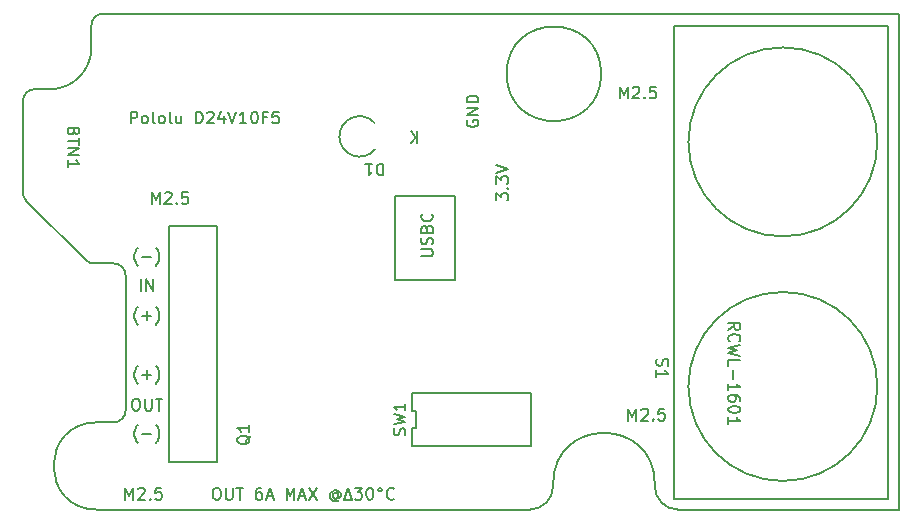
<source format=gto>
%TF.GenerationSoftware,KiCad,Pcbnew,9.0.1*%
%TF.CreationDate,2025-09-30T23:18:24-04:00*%
%TF.ProjectId,cablight-project,6361626c-6967-4687-942d-70726f6a6563,rev?*%
%TF.SameCoordinates,Original*%
%TF.FileFunction,Legend,Top*%
%TF.FilePolarity,Positive*%
%FSLAX46Y46*%
G04 Gerber Fmt 4.6, Leading zero omitted, Abs format (unit mm)*
G04 Created by KiCad (PCBNEW 9.0.1) date 2025-09-30 23:18:24*
%MOMM*%
%LPD*%
G01*
G04 APERTURE LIST*
%ADD10C,0.150000*%
%ADD11O,1.900000X2.500000*%
%ADD12R,1.900000X2.000000*%
%ADD13C,1.600000*%
%ADD14C,4.500000*%
%ADD15C,3.100000*%
%ADD16C,1.901600*%
%ADD17O,2.000000X1.500000*%
%ADD18O,1.500000X2.000000*%
%ADD19R,1.600000X1.600000*%
%ADD20R,2.200000X2.200000*%
%ADD21O,2.200000X2.200000*%
%ADD22O,1.500000X3.000000*%
%ADD23C,2.000000*%
%ADD24R,3.000000X3.000000*%
%ADD25C,3.000000*%
%TA.AperFunction,Profile*%
%ADD26C,0.150000*%
%TD*%
G04 APERTURE END LIST*
D10*
X-64711999Y-32604819D02*
X-64521523Y-32604819D01*
X-64521523Y-32604819D02*
X-64426285Y-32652438D01*
X-64426285Y-32652438D02*
X-64331047Y-32747676D01*
X-64331047Y-32747676D02*
X-64283428Y-32938152D01*
X-64283428Y-32938152D02*
X-64283428Y-33271485D01*
X-64283428Y-33271485D02*
X-64331047Y-33461961D01*
X-64331047Y-33461961D02*
X-64426285Y-33557200D01*
X-64426285Y-33557200D02*
X-64521523Y-33604819D01*
X-64521523Y-33604819D02*
X-64711999Y-33604819D01*
X-64711999Y-33604819D02*
X-64807237Y-33557200D01*
X-64807237Y-33557200D02*
X-64902475Y-33461961D01*
X-64902475Y-33461961D02*
X-64950094Y-33271485D01*
X-64950094Y-33271485D02*
X-64950094Y-32938152D01*
X-64950094Y-32938152D02*
X-64902475Y-32747676D01*
X-64902475Y-32747676D02*
X-64807237Y-32652438D01*
X-64807237Y-32652438D02*
X-64711999Y-32604819D01*
X-63854856Y-32604819D02*
X-63854856Y-33414342D01*
X-63854856Y-33414342D02*
X-63807237Y-33509580D01*
X-63807237Y-33509580D02*
X-63759618Y-33557200D01*
X-63759618Y-33557200D02*
X-63664380Y-33604819D01*
X-63664380Y-33604819D02*
X-63473904Y-33604819D01*
X-63473904Y-33604819D02*
X-63378666Y-33557200D01*
X-63378666Y-33557200D02*
X-63331047Y-33509580D01*
X-63331047Y-33509580D02*
X-63283428Y-33414342D01*
X-63283428Y-33414342D02*
X-63283428Y-32604819D01*
X-62950094Y-32604819D02*
X-62378666Y-32604819D01*
X-62664380Y-33604819D02*
X-62664380Y-32604819D01*
X-64461904Y-36335771D02*
X-64509523Y-36288152D01*
X-64509523Y-36288152D02*
X-64604761Y-36145295D01*
X-64604761Y-36145295D02*
X-64652380Y-36050057D01*
X-64652380Y-36050057D02*
X-64699999Y-35907200D01*
X-64699999Y-35907200D02*
X-64747618Y-35669104D01*
X-64747618Y-35669104D02*
X-64747618Y-35478628D01*
X-64747618Y-35478628D02*
X-64699999Y-35240533D01*
X-64699999Y-35240533D02*
X-64652380Y-35097676D01*
X-64652380Y-35097676D02*
X-64604761Y-35002438D01*
X-64604761Y-35002438D02*
X-64509523Y-34859580D01*
X-64509523Y-34859580D02*
X-64461904Y-34811961D01*
X-64080951Y-35573866D02*
X-63319047Y-35573866D01*
X-62938094Y-36335771D02*
X-62890475Y-36288152D01*
X-62890475Y-36288152D02*
X-62795237Y-36145295D01*
X-62795237Y-36145295D02*
X-62747618Y-36050057D01*
X-62747618Y-36050057D02*
X-62699999Y-35907200D01*
X-62699999Y-35907200D02*
X-62652380Y-35669104D01*
X-62652380Y-35669104D02*
X-62652380Y-35478628D01*
X-62652380Y-35478628D02*
X-62699999Y-35240533D01*
X-62699999Y-35240533D02*
X-62747618Y-35097676D01*
X-62747618Y-35097676D02*
X-62795237Y-35002438D01*
X-62795237Y-35002438D02*
X-62890475Y-34859580D01*
X-62890475Y-34859580D02*
X-62938094Y-34811961D01*
X-64461904Y-31335771D02*
X-64509523Y-31288152D01*
X-64509523Y-31288152D02*
X-64604761Y-31145295D01*
X-64604761Y-31145295D02*
X-64652380Y-31050057D01*
X-64652380Y-31050057D02*
X-64699999Y-30907200D01*
X-64699999Y-30907200D02*
X-64747618Y-30669104D01*
X-64747618Y-30669104D02*
X-64747618Y-30478628D01*
X-64747618Y-30478628D02*
X-64699999Y-30240533D01*
X-64699999Y-30240533D02*
X-64652380Y-30097676D01*
X-64652380Y-30097676D02*
X-64604761Y-30002438D01*
X-64604761Y-30002438D02*
X-64509523Y-29859580D01*
X-64509523Y-29859580D02*
X-64461904Y-29811961D01*
X-64080951Y-30573866D02*
X-63319047Y-30573866D01*
X-63699999Y-30954819D02*
X-63699999Y-30192914D01*
X-62938094Y-31335771D02*
X-62890475Y-31288152D01*
X-62890475Y-31288152D02*
X-62795237Y-31145295D01*
X-62795237Y-31145295D02*
X-62747618Y-31050057D01*
X-62747618Y-31050057D02*
X-62699999Y-30907200D01*
X-62699999Y-30907200D02*
X-62652380Y-30669104D01*
X-62652380Y-30669104D02*
X-62652380Y-30478628D01*
X-62652380Y-30478628D02*
X-62699999Y-30240533D01*
X-62699999Y-30240533D02*
X-62747618Y-30097676D01*
X-62747618Y-30097676D02*
X-62795237Y-30002438D01*
X-62795237Y-30002438D02*
X-62890475Y-29859580D01*
X-62890475Y-29859580D02*
X-62938094Y-29811961D01*
X-64223808Y-23454819D02*
X-64223808Y-22454819D01*
X-63747618Y-23454819D02*
X-63747618Y-22454819D01*
X-63747618Y-22454819D02*
X-63176190Y-23454819D01*
X-63176190Y-23454819D02*
X-63176190Y-22454819D01*
X-57872744Y-40154819D02*
X-57682268Y-40154819D01*
X-57682268Y-40154819D02*
X-57587030Y-40202438D01*
X-57587030Y-40202438D02*
X-57491792Y-40297676D01*
X-57491792Y-40297676D02*
X-57444173Y-40488152D01*
X-57444173Y-40488152D02*
X-57444173Y-40821485D01*
X-57444173Y-40821485D02*
X-57491792Y-41011961D01*
X-57491792Y-41011961D02*
X-57587030Y-41107200D01*
X-57587030Y-41107200D02*
X-57682268Y-41154819D01*
X-57682268Y-41154819D02*
X-57872744Y-41154819D01*
X-57872744Y-41154819D02*
X-57967982Y-41107200D01*
X-57967982Y-41107200D02*
X-58063220Y-41011961D01*
X-58063220Y-41011961D02*
X-58110839Y-40821485D01*
X-58110839Y-40821485D02*
X-58110839Y-40488152D01*
X-58110839Y-40488152D02*
X-58063220Y-40297676D01*
X-58063220Y-40297676D02*
X-57967982Y-40202438D01*
X-57967982Y-40202438D02*
X-57872744Y-40154819D01*
X-57015601Y-40154819D02*
X-57015601Y-40964342D01*
X-57015601Y-40964342D02*
X-56967982Y-41059580D01*
X-56967982Y-41059580D02*
X-56920363Y-41107200D01*
X-56920363Y-41107200D02*
X-56825125Y-41154819D01*
X-56825125Y-41154819D02*
X-56634649Y-41154819D01*
X-56634649Y-41154819D02*
X-56539411Y-41107200D01*
X-56539411Y-41107200D02*
X-56491792Y-41059580D01*
X-56491792Y-41059580D02*
X-56444173Y-40964342D01*
X-56444173Y-40964342D02*
X-56444173Y-40154819D01*
X-56110839Y-40154819D02*
X-55539411Y-40154819D01*
X-55825125Y-41154819D02*
X-55825125Y-40154819D01*
X-54015601Y-40154819D02*
X-54206077Y-40154819D01*
X-54206077Y-40154819D02*
X-54301315Y-40202438D01*
X-54301315Y-40202438D02*
X-54348934Y-40250057D01*
X-54348934Y-40250057D02*
X-54444172Y-40392914D01*
X-54444172Y-40392914D02*
X-54491791Y-40583390D01*
X-54491791Y-40583390D02*
X-54491791Y-40964342D01*
X-54491791Y-40964342D02*
X-54444172Y-41059580D01*
X-54444172Y-41059580D02*
X-54396553Y-41107200D01*
X-54396553Y-41107200D02*
X-54301315Y-41154819D01*
X-54301315Y-41154819D02*
X-54110839Y-41154819D01*
X-54110839Y-41154819D02*
X-54015601Y-41107200D01*
X-54015601Y-41107200D02*
X-53967982Y-41059580D01*
X-53967982Y-41059580D02*
X-53920363Y-40964342D01*
X-53920363Y-40964342D02*
X-53920363Y-40726247D01*
X-53920363Y-40726247D02*
X-53967982Y-40631009D01*
X-53967982Y-40631009D02*
X-54015601Y-40583390D01*
X-54015601Y-40583390D02*
X-54110839Y-40535771D01*
X-54110839Y-40535771D02*
X-54301315Y-40535771D01*
X-54301315Y-40535771D02*
X-54396553Y-40583390D01*
X-54396553Y-40583390D02*
X-54444172Y-40631009D01*
X-54444172Y-40631009D02*
X-54491791Y-40726247D01*
X-53539410Y-40869104D02*
X-53063220Y-40869104D01*
X-53634648Y-41154819D02*
X-53301315Y-40154819D01*
X-53301315Y-40154819D02*
X-52967982Y-41154819D01*
X-51872743Y-41154819D02*
X-51872743Y-40154819D01*
X-51872743Y-40154819D02*
X-51539410Y-40869104D01*
X-51539410Y-40869104D02*
X-51206077Y-40154819D01*
X-51206077Y-40154819D02*
X-51206077Y-41154819D01*
X-50777505Y-40869104D02*
X-50301315Y-40869104D01*
X-50872743Y-41154819D02*
X-50539410Y-40154819D01*
X-50539410Y-40154819D02*
X-50206077Y-41154819D01*
X-49967981Y-40154819D02*
X-49301315Y-41154819D01*
X-49301315Y-40154819D02*
X-49967981Y-41154819D01*
X-47539410Y-40678628D02*
X-47587029Y-40631009D01*
X-47587029Y-40631009D02*
X-47682267Y-40583390D01*
X-47682267Y-40583390D02*
X-47777505Y-40583390D01*
X-47777505Y-40583390D02*
X-47872743Y-40631009D01*
X-47872743Y-40631009D02*
X-47920362Y-40678628D01*
X-47920362Y-40678628D02*
X-47967981Y-40773866D01*
X-47967981Y-40773866D02*
X-47967981Y-40869104D01*
X-47967981Y-40869104D02*
X-47920362Y-40964342D01*
X-47920362Y-40964342D02*
X-47872743Y-41011961D01*
X-47872743Y-41011961D02*
X-47777505Y-41059580D01*
X-47777505Y-41059580D02*
X-47682267Y-41059580D01*
X-47682267Y-41059580D02*
X-47587029Y-41011961D01*
X-47587029Y-41011961D02*
X-47539410Y-40964342D01*
X-47539410Y-40583390D02*
X-47539410Y-40964342D01*
X-47539410Y-40964342D02*
X-47491791Y-41011961D01*
X-47491791Y-41011961D02*
X-47444172Y-41011961D01*
X-47444172Y-41011961D02*
X-47348933Y-40964342D01*
X-47348933Y-40964342D02*
X-47301314Y-40869104D01*
X-47301314Y-40869104D02*
X-47301314Y-40631009D01*
X-47301314Y-40631009D02*
X-47396553Y-40488152D01*
X-47396553Y-40488152D02*
X-47539410Y-40392914D01*
X-47539410Y-40392914D02*
X-47729886Y-40345295D01*
X-47729886Y-40345295D02*
X-47920362Y-40392914D01*
X-47920362Y-40392914D02*
X-48063219Y-40488152D01*
X-48063219Y-40488152D02*
X-48158457Y-40631009D01*
X-48158457Y-40631009D02*
X-48206076Y-40821485D01*
X-48206076Y-40821485D02*
X-48158457Y-41011961D01*
X-48158457Y-41011961D02*
X-48063219Y-41154819D01*
X-48063219Y-41154819D02*
X-47920362Y-41250057D01*
X-47920362Y-41250057D02*
X-47729886Y-41297676D01*
X-47729886Y-41297676D02*
X-47539410Y-41250057D01*
X-47539410Y-41250057D02*
X-47396553Y-41154819D01*
X-47015600Y-41154819D02*
X-46682267Y-40154819D01*
X-46682267Y-40154819D02*
X-46348934Y-41154819D01*
X-46348934Y-41154819D02*
X-47015600Y-41154819D01*
X-46110838Y-40154819D02*
X-45491791Y-40154819D01*
X-45491791Y-40154819D02*
X-45825124Y-40535771D01*
X-45825124Y-40535771D02*
X-45682267Y-40535771D01*
X-45682267Y-40535771D02*
X-45587029Y-40583390D01*
X-45587029Y-40583390D02*
X-45539410Y-40631009D01*
X-45539410Y-40631009D02*
X-45491791Y-40726247D01*
X-45491791Y-40726247D02*
X-45491791Y-40964342D01*
X-45491791Y-40964342D02*
X-45539410Y-41059580D01*
X-45539410Y-41059580D02*
X-45587029Y-41107200D01*
X-45587029Y-41107200D02*
X-45682267Y-41154819D01*
X-45682267Y-41154819D02*
X-45967981Y-41154819D01*
X-45967981Y-41154819D02*
X-46063219Y-41107200D01*
X-46063219Y-41107200D02*
X-46110838Y-41059580D01*
X-44872743Y-40154819D02*
X-44777505Y-40154819D01*
X-44777505Y-40154819D02*
X-44682267Y-40202438D01*
X-44682267Y-40202438D02*
X-44634648Y-40250057D01*
X-44634648Y-40250057D02*
X-44587029Y-40345295D01*
X-44587029Y-40345295D02*
X-44539410Y-40535771D01*
X-44539410Y-40535771D02*
X-44539410Y-40773866D01*
X-44539410Y-40773866D02*
X-44587029Y-40964342D01*
X-44587029Y-40964342D02*
X-44634648Y-41059580D01*
X-44634648Y-41059580D02*
X-44682267Y-41107200D01*
X-44682267Y-41107200D02*
X-44777505Y-41154819D01*
X-44777505Y-41154819D02*
X-44872743Y-41154819D01*
X-44872743Y-41154819D02*
X-44967981Y-41107200D01*
X-44967981Y-41107200D02*
X-45015600Y-41059580D01*
X-45015600Y-41059580D02*
X-45063219Y-40964342D01*
X-45063219Y-40964342D02*
X-45110838Y-40773866D01*
X-45110838Y-40773866D02*
X-45110838Y-40535771D01*
X-45110838Y-40535771D02*
X-45063219Y-40345295D01*
X-45063219Y-40345295D02*
X-45015600Y-40250057D01*
X-45015600Y-40250057D02*
X-44967981Y-40202438D01*
X-44967981Y-40202438D02*
X-44872743Y-40154819D01*
X-43967981Y-40154819D02*
X-44063219Y-40202438D01*
X-44063219Y-40202438D02*
X-44110838Y-40297676D01*
X-44110838Y-40297676D02*
X-44063219Y-40392914D01*
X-44063219Y-40392914D02*
X-43967981Y-40440533D01*
X-43967981Y-40440533D02*
X-43872743Y-40392914D01*
X-43872743Y-40392914D02*
X-43825124Y-40297676D01*
X-43825124Y-40297676D02*
X-43872743Y-40202438D01*
X-43872743Y-40202438D02*
X-43967981Y-40154819D01*
X-42777505Y-41059580D02*
X-42825124Y-41107200D01*
X-42825124Y-41107200D02*
X-42967981Y-41154819D01*
X-42967981Y-41154819D02*
X-43063219Y-41154819D01*
X-43063219Y-41154819D02*
X-43206076Y-41107200D01*
X-43206076Y-41107200D02*
X-43301314Y-41011961D01*
X-43301314Y-41011961D02*
X-43348933Y-40916723D01*
X-43348933Y-40916723D02*
X-43396552Y-40726247D01*
X-43396552Y-40726247D02*
X-43396552Y-40583390D01*
X-43396552Y-40583390D02*
X-43348933Y-40392914D01*
X-43348933Y-40392914D02*
X-43301314Y-40297676D01*
X-43301314Y-40297676D02*
X-43206076Y-40202438D01*
X-43206076Y-40202438D02*
X-43063219Y-40154819D01*
X-43063219Y-40154819D02*
X-42967981Y-40154819D01*
X-42967981Y-40154819D02*
X-42825124Y-40202438D01*
X-42825124Y-40202438D02*
X-42777505Y-40250057D01*
X-64461904Y-21335771D02*
X-64509523Y-21288152D01*
X-64509523Y-21288152D02*
X-64604761Y-21145295D01*
X-64604761Y-21145295D02*
X-64652380Y-21050057D01*
X-64652380Y-21050057D02*
X-64699999Y-20907200D01*
X-64699999Y-20907200D02*
X-64747618Y-20669104D01*
X-64747618Y-20669104D02*
X-64747618Y-20478628D01*
X-64747618Y-20478628D02*
X-64699999Y-20240533D01*
X-64699999Y-20240533D02*
X-64652380Y-20097676D01*
X-64652380Y-20097676D02*
X-64604761Y-20002438D01*
X-64604761Y-20002438D02*
X-64509523Y-19859580D01*
X-64509523Y-19859580D02*
X-64461904Y-19811961D01*
X-64080951Y-20573866D02*
X-63319047Y-20573866D01*
X-62938094Y-21335771D02*
X-62890475Y-21288152D01*
X-62890475Y-21288152D02*
X-62795237Y-21145295D01*
X-62795237Y-21145295D02*
X-62747618Y-21050057D01*
X-62747618Y-21050057D02*
X-62699999Y-20907200D01*
X-62699999Y-20907200D02*
X-62652380Y-20669104D01*
X-62652380Y-20669104D02*
X-62652380Y-20478628D01*
X-62652380Y-20478628D02*
X-62699999Y-20240533D01*
X-62699999Y-20240533D02*
X-62747618Y-20097676D01*
X-62747618Y-20097676D02*
X-62795237Y-20002438D01*
X-62795237Y-20002438D02*
X-62890475Y-19859580D01*
X-62890475Y-19859580D02*
X-62938094Y-19811961D01*
X-64461904Y-26335771D02*
X-64509523Y-26288152D01*
X-64509523Y-26288152D02*
X-64604761Y-26145295D01*
X-64604761Y-26145295D02*
X-64652380Y-26050057D01*
X-64652380Y-26050057D02*
X-64699999Y-25907200D01*
X-64699999Y-25907200D02*
X-64747618Y-25669104D01*
X-64747618Y-25669104D02*
X-64747618Y-25478628D01*
X-64747618Y-25478628D02*
X-64699999Y-25240533D01*
X-64699999Y-25240533D02*
X-64652380Y-25097676D01*
X-64652380Y-25097676D02*
X-64604761Y-25002438D01*
X-64604761Y-25002438D02*
X-64509523Y-24859580D01*
X-64509523Y-24859580D02*
X-64461904Y-24811961D01*
X-64080951Y-25573866D02*
X-63319047Y-25573866D01*
X-63699999Y-25954819D02*
X-63699999Y-25192914D01*
X-62938094Y-26335771D02*
X-62890475Y-26288152D01*
X-62890475Y-26288152D02*
X-62795237Y-26145295D01*
X-62795237Y-26145295D02*
X-62747618Y-26050057D01*
X-62747618Y-26050057D02*
X-62699999Y-25907200D01*
X-62699999Y-25907200D02*
X-62652380Y-25669104D01*
X-62652380Y-25669104D02*
X-62652380Y-25478628D01*
X-62652380Y-25478628D02*
X-62699999Y-25240533D01*
X-62699999Y-25240533D02*
X-62747618Y-25097676D01*
X-62747618Y-25097676D02*
X-62795237Y-25002438D01*
X-62795237Y-25002438D02*
X-62890475Y-24859580D01*
X-62890475Y-24859580D02*
X-62938094Y-24811961D01*
X-54939942Y-35722238D02*
X-54987561Y-35817476D01*
X-54987561Y-35817476D02*
X-55082800Y-35912714D01*
X-55082800Y-35912714D02*
X-55225657Y-36055571D01*
X-55225657Y-36055571D02*
X-55273276Y-36150809D01*
X-55273276Y-36150809D02*
X-55273276Y-36246047D01*
X-55035180Y-36198428D02*
X-55082800Y-36293666D01*
X-55082800Y-36293666D02*
X-55178038Y-36388904D01*
X-55178038Y-36388904D02*
X-55368514Y-36436523D01*
X-55368514Y-36436523D02*
X-55701847Y-36436523D01*
X-55701847Y-36436523D02*
X-55892323Y-36388904D01*
X-55892323Y-36388904D02*
X-55987561Y-36293666D01*
X-55987561Y-36293666D02*
X-56035180Y-36198428D01*
X-56035180Y-36198428D02*
X-56035180Y-36007952D01*
X-56035180Y-36007952D02*
X-55987561Y-35912714D01*
X-55987561Y-35912714D02*
X-55892323Y-35817476D01*
X-55892323Y-35817476D02*
X-55701847Y-35769857D01*
X-55701847Y-35769857D02*
X-55368514Y-35769857D01*
X-55368514Y-35769857D02*
X-55178038Y-35817476D01*
X-55178038Y-35817476D02*
X-55082800Y-35912714D01*
X-55082800Y-35912714D02*
X-55035180Y-36007952D01*
X-55035180Y-36007952D02*
X-55035180Y-36198428D01*
X-55035180Y-34817476D02*
X-55035180Y-35388904D01*
X-55035180Y-35103190D02*
X-56035180Y-35103190D01*
X-56035180Y-35103190D02*
X-55892323Y-35198428D01*
X-55892323Y-35198428D02*
X-55797085Y-35293666D01*
X-55797085Y-35293666D02*
X-55749466Y-35388904D01*
X-41862800Y-35693332D02*
X-41815180Y-35550475D01*
X-41815180Y-35550475D02*
X-41815180Y-35312380D01*
X-41815180Y-35312380D02*
X-41862800Y-35217142D01*
X-41862800Y-35217142D02*
X-41910419Y-35169523D01*
X-41910419Y-35169523D02*
X-42005657Y-35121904D01*
X-42005657Y-35121904D02*
X-42100895Y-35121904D01*
X-42100895Y-35121904D02*
X-42196133Y-35169523D01*
X-42196133Y-35169523D02*
X-42243752Y-35217142D01*
X-42243752Y-35217142D02*
X-42291371Y-35312380D01*
X-42291371Y-35312380D02*
X-42338990Y-35502856D01*
X-42338990Y-35502856D02*
X-42386609Y-35598094D01*
X-42386609Y-35598094D02*
X-42434228Y-35645713D01*
X-42434228Y-35645713D02*
X-42529466Y-35693332D01*
X-42529466Y-35693332D02*
X-42624704Y-35693332D01*
X-42624704Y-35693332D02*
X-42719942Y-35645713D01*
X-42719942Y-35645713D02*
X-42767561Y-35598094D01*
X-42767561Y-35598094D02*
X-42815180Y-35502856D01*
X-42815180Y-35502856D02*
X-42815180Y-35264761D01*
X-42815180Y-35264761D02*
X-42767561Y-35121904D01*
X-42815180Y-34788570D02*
X-41815180Y-34550475D01*
X-41815180Y-34550475D02*
X-42529466Y-34359999D01*
X-42529466Y-34359999D02*
X-41815180Y-34169523D01*
X-41815180Y-34169523D02*
X-42815180Y-33931428D01*
X-41815180Y-33026666D02*
X-41815180Y-33598094D01*
X-41815180Y-33312380D02*
X-42815180Y-33312380D01*
X-42815180Y-33312380D02*
X-42672323Y-33407618D01*
X-42672323Y-33407618D02*
X-42577085Y-33502856D01*
X-42577085Y-33502856D02*
X-42529466Y-33598094D01*
X-63273808Y-16104819D02*
X-63273808Y-15104819D01*
X-63273808Y-15104819D02*
X-62940475Y-15819104D01*
X-62940475Y-15819104D02*
X-62607142Y-15104819D01*
X-62607142Y-15104819D02*
X-62607142Y-16104819D01*
X-62178570Y-15200057D02*
X-62130951Y-15152438D01*
X-62130951Y-15152438D02*
X-62035713Y-15104819D01*
X-62035713Y-15104819D02*
X-61797618Y-15104819D01*
X-61797618Y-15104819D02*
X-61702380Y-15152438D01*
X-61702380Y-15152438D02*
X-61654761Y-15200057D01*
X-61654761Y-15200057D02*
X-61607142Y-15295295D01*
X-61607142Y-15295295D02*
X-61607142Y-15390533D01*
X-61607142Y-15390533D02*
X-61654761Y-15533390D01*
X-61654761Y-15533390D02*
X-62226189Y-16104819D01*
X-62226189Y-16104819D02*
X-61607142Y-16104819D01*
X-61178570Y-16009580D02*
X-61130951Y-16057200D01*
X-61130951Y-16057200D02*
X-61178570Y-16104819D01*
X-61178570Y-16104819D02*
X-61226189Y-16057200D01*
X-61226189Y-16057200D02*
X-61178570Y-16009580D01*
X-61178570Y-16009580D02*
X-61178570Y-16104819D01*
X-60226190Y-15104819D02*
X-60702380Y-15104819D01*
X-60702380Y-15104819D02*
X-60749999Y-15581009D01*
X-60749999Y-15581009D02*
X-60702380Y-15533390D01*
X-60702380Y-15533390D02*
X-60607142Y-15485771D01*
X-60607142Y-15485771D02*
X-60369047Y-15485771D01*
X-60369047Y-15485771D02*
X-60273809Y-15533390D01*
X-60273809Y-15533390D02*
X-60226190Y-15581009D01*
X-60226190Y-15581009D02*
X-60178571Y-15676247D01*
X-60178571Y-15676247D02*
X-60178571Y-15914342D01*
X-60178571Y-15914342D02*
X-60226190Y-16009580D01*
X-60226190Y-16009580D02*
X-60273809Y-16057200D01*
X-60273809Y-16057200D02*
X-60369047Y-16104819D01*
X-60369047Y-16104819D02*
X-60607142Y-16104819D01*
X-60607142Y-16104819D02*
X-60702380Y-16057200D01*
X-60702380Y-16057200D02*
X-60749999Y-16009580D01*
X-36577561Y-9034398D02*
X-36625180Y-9129636D01*
X-36625180Y-9129636D02*
X-36625180Y-9272493D01*
X-36625180Y-9272493D02*
X-36577561Y-9415350D01*
X-36577561Y-9415350D02*
X-36482323Y-9510588D01*
X-36482323Y-9510588D02*
X-36387085Y-9558207D01*
X-36387085Y-9558207D02*
X-36196609Y-9605826D01*
X-36196609Y-9605826D02*
X-36053752Y-9605826D01*
X-36053752Y-9605826D02*
X-35863276Y-9558207D01*
X-35863276Y-9558207D02*
X-35768038Y-9510588D01*
X-35768038Y-9510588D02*
X-35672800Y-9415350D01*
X-35672800Y-9415350D02*
X-35625180Y-9272493D01*
X-35625180Y-9272493D02*
X-35625180Y-9177255D01*
X-35625180Y-9177255D02*
X-35672800Y-9034398D01*
X-35672800Y-9034398D02*
X-35720419Y-8986779D01*
X-35720419Y-8986779D02*
X-36053752Y-8986779D01*
X-36053752Y-8986779D02*
X-36053752Y-9177255D01*
X-35625180Y-8558207D02*
X-36625180Y-8558207D01*
X-36625180Y-8558207D02*
X-35625180Y-7986779D01*
X-35625180Y-7986779D02*
X-36625180Y-7986779D01*
X-35625180Y-7510588D02*
X-36625180Y-7510588D01*
X-36625180Y-7510588D02*
X-36625180Y-7272493D01*
X-36625180Y-7272493D02*
X-36577561Y-7129636D01*
X-36577561Y-7129636D02*
X-36482323Y-7034398D01*
X-36482323Y-7034398D02*
X-36387085Y-6986779D01*
X-36387085Y-6986779D02*
X-36196609Y-6939160D01*
X-36196609Y-6939160D02*
X-36053752Y-6939160D01*
X-36053752Y-6939160D02*
X-35863276Y-6986779D01*
X-35863276Y-6986779D02*
X-35768038Y-7034398D01*
X-35768038Y-7034398D02*
X-35672800Y-7129636D01*
X-35672800Y-7129636D02*
X-35625180Y-7272493D01*
X-35625180Y-7272493D02*
X-35625180Y-7510588D01*
X-40475180Y-20543220D02*
X-39665657Y-20543220D01*
X-39665657Y-20543220D02*
X-39570419Y-20495601D01*
X-39570419Y-20495601D02*
X-39522800Y-20447982D01*
X-39522800Y-20447982D02*
X-39475180Y-20352744D01*
X-39475180Y-20352744D02*
X-39475180Y-20162268D01*
X-39475180Y-20162268D02*
X-39522800Y-20067030D01*
X-39522800Y-20067030D02*
X-39570419Y-20019411D01*
X-39570419Y-20019411D02*
X-39665657Y-19971792D01*
X-39665657Y-19971792D02*
X-40475180Y-19971792D01*
X-39522800Y-19543220D02*
X-39475180Y-19400363D01*
X-39475180Y-19400363D02*
X-39475180Y-19162268D01*
X-39475180Y-19162268D02*
X-39522800Y-19067030D01*
X-39522800Y-19067030D02*
X-39570419Y-19019411D01*
X-39570419Y-19019411D02*
X-39665657Y-18971792D01*
X-39665657Y-18971792D02*
X-39760895Y-18971792D01*
X-39760895Y-18971792D02*
X-39856133Y-19019411D01*
X-39856133Y-19019411D02*
X-39903752Y-19067030D01*
X-39903752Y-19067030D02*
X-39951371Y-19162268D01*
X-39951371Y-19162268D02*
X-39998990Y-19352744D01*
X-39998990Y-19352744D02*
X-40046609Y-19447982D01*
X-40046609Y-19447982D02*
X-40094228Y-19495601D01*
X-40094228Y-19495601D02*
X-40189466Y-19543220D01*
X-40189466Y-19543220D02*
X-40284704Y-19543220D01*
X-40284704Y-19543220D02*
X-40379942Y-19495601D01*
X-40379942Y-19495601D02*
X-40427561Y-19447982D01*
X-40427561Y-19447982D02*
X-40475180Y-19352744D01*
X-40475180Y-19352744D02*
X-40475180Y-19114649D01*
X-40475180Y-19114649D02*
X-40427561Y-18971792D01*
X-39998990Y-18209887D02*
X-39951371Y-18067030D01*
X-39951371Y-18067030D02*
X-39903752Y-18019411D01*
X-39903752Y-18019411D02*
X-39808514Y-17971792D01*
X-39808514Y-17971792D02*
X-39665657Y-17971792D01*
X-39665657Y-17971792D02*
X-39570419Y-18019411D01*
X-39570419Y-18019411D02*
X-39522800Y-18067030D01*
X-39522800Y-18067030D02*
X-39475180Y-18162268D01*
X-39475180Y-18162268D02*
X-39475180Y-18543220D01*
X-39475180Y-18543220D02*
X-40475180Y-18543220D01*
X-40475180Y-18543220D02*
X-40475180Y-18209887D01*
X-40475180Y-18209887D02*
X-40427561Y-18114649D01*
X-40427561Y-18114649D02*
X-40379942Y-18067030D01*
X-40379942Y-18067030D02*
X-40284704Y-18019411D01*
X-40284704Y-18019411D02*
X-40189466Y-18019411D01*
X-40189466Y-18019411D02*
X-40094228Y-18067030D01*
X-40094228Y-18067030D02*
X-40046609Y-18114649D01*
X-40046609Y-18114649D02*
X-39998990Y-18209887D01*
X-39998990Y-18209887D02*
X-39998990Y-18543220D01*
X-39570419Y-16971792D02*
X-39522800Y-17019411D01*
X-39522800Y-17019411D02*
X-39475180Y-17162268D01*
X-39475180Y-17162268D02*
X-39475180Y-17257506D01*
X-39475180Y-17257506D02*
X-39522800Y-17400363D01*
X-39522800Y-17400363D02*
X-39618038Y-17495601D01*
X-39618038Y-17495601D02*
X-39713276Y-17543220D01*
X-39713276Y-17543220D02*
X-39903752Y-17590839D01*
X-39903752Y-17590839D02*
X-40046609Y-17590839D01*
X-40046609Y-17590839D02*
X-40237085Y-17543220D01*
X-40237085Y-17543220D02*
X-40332323Y-17495601D01*
X-40332323Y-17495601D02*
X-40427561Y-17400363D01*
X-40427561Y-17400363D02*
X-40475180Y-17257506D01*
X-40475180Y-17257506D02*
X-40475180Y-17162268D01*
X-40475180Y-17162268D02*
X-40427561Y-17019411D01*
X-40427561Y-17019411D02*
X-40379942Y-16971792D01*
X-34115180Y-15823921D02*
X-34115180Y-15204874D01*
X-34115180Y-15204874D02*
X-33734228Y-15538207D01*
X-33734228Y-15538207D02*
X-33734228Y-15395350D01*
X-33734228Y-15395350D02*
X-33686609Y-15300112D01*
X-33686609Y-15300112D02*
X-33638990Y-15252493D01*
X-33638990Y-15252493D02*
X-33543752Y-15204874D01*
X-33543752Y-15204874D02*
X-33305657Y-15204874D01*
X-33305657Y-15204874D02*
X-33210419Y-15252493D01*
X-33210419Y-15252493D02*
X-33162800Y-15300112D01*
X-33162800Y-15300112D02*
X-33115180Y-15395350D01*
X-33115180Y-15395350D02*
X-33115180Y-15681064D01*
X-33115180Y-15681064D02*
X-33162800Y-15776302D01*
X-33162800Y-15776302D02*
X-33210419Y-15823921D01*
X-33210419Y-14776302D02*
X-33162800Y-14728683D01*
X-33162800Y-14728683D02*
X-33115180Y-14776302D01*
X-33115180Y-14776302D02*
X-33162800Y-14823921D01*
X-33162800Y-14823921D02*
X-33210419Y-14776302D01*
X-33210419Y-14776302D02*
X-33115180Y-14776302D01*
X-34115180Y-14395350D02*
X-34115180Y-13776303D01*
X-34115180Y-13776303D02*
X-33734228Y-14109636D01*
X-33734228Y-14109636D02*
X-33734228Y-13966779D01*
X-33734228Y-13966779D02*
X-33686609Y-13871541D01*
X-33686609Y-13871541D02*
X-33638990Y-13823922D01*
X-33638990Y-13823922D02*
X-33543752Y-13776303D01*
X-33543752Y-13776303D02*
X-33305657Y-13776303D01*
X-33305657Y-13776303D02*
X-33210419Y-13823922D01*
X-33210419Y-13823922D02*
X-33162800Y-13871541D01*
X-33162800Y-13871541D02*
X-33115180Y-13966779D01*
X-33115180Y-13966779D02*
X-33115180Y-14252493D01*
X-33115180Y-14252493D02*
X-33162800Y-14347731D01*
X-33162800Y-14347731D02*
X-33210419Y-14395350D01*
X-34115180Y-13490588D02*
X-33115180Y-13157255D01*
X-33115180Y-13157255D02*
X-34115180Y-12823922D01*
X-69881009Y-9990476D02*
X-69928628Y-10133333D01*
X-69928628Y-10133333D02*
X-69976247Y-10180952D01*
X-69976247Y-10180952D02*
X-70071485Y-10228571D01*
X-70071485Y-10228571D02*
X-70214342Y-10228571D01*
X-70214342Y-10228571D02*
X-70309580Y-10180952D01*
X-70309580Y-10180952D02*
X-70357200Y-10133333D01*
X-70357200Y-10133333D02*
X-70404819Y-10038095D01*
X-70404819Y-10038095D02*
X-70404819Y-9657143D01*
X-70404819Y-9657143D02*
X-69404819Y-9657143D01*
X-69404819Y-9657143D02*
X-69404819Y-9990476D01*
X-69404819Y-9990476D02*
X-69452438Y-10085714D01*
X-69452438Y-10085714D02*
X-69500057Y-10133333D01*
X-69500057Y-10133333D02*
X-69595295Y-10180952D01*
X-69595295Y-10180952D02*
X-69690533Y-10180952D01*
X-69690533Y-10180952D02*
X-69785771Y-10133333D01*
X-69785771Y-10133333D02*
X-69833390Y-10085714D01*
X-69833390Y-10085714D02*
X-69881009Y-9990476D01*
X-69881009Y-9990476D02*
X-69881009Y-9657143D01*
X-69404819Y-10514286D02*
X-69404819Y-11085714D01*
X-70404819Y-10800000D02*
X-69404819Y-10800000D01*
X-70404819Y-11419048D02*
X-69404819Y-11419048D01*
X-69404819Y-11419048D02*
X-70404819Y-11990476D01*
X-70404819Y-11990476D02*
X-69404819Y-11990476D01*
X-70404819Y-12990476D02*
X-70404819Y-12419048D01*
X-70404819Y-12704762D02*
X-69404819Y-12704762D01*
X-69404819Y-12704762D02*
X-69547676Y-12609524D01*
X-69547676Y-12609524D02*
X-69642914Y-12514286D01*
X-69642914Y-12514286D02*
X-69690533Y-12419048D01*
X-65523808Y-41154819D02*
X-65523808Y-40154819D01*
X-65523808Y-40154819D02*
X-65190475Y-40869104D01*
X-65190475Y-40869104D02*
X-64857142Y-40154819D01*
X-64857142Y-40154819D02*
X-64857142Y-41154819D01*
X-64428570Y-40250057D02*
X-64380951Y-40202438D01*
X-64380951Y-40202438D02*
X-64285713Y-40154819D01*
X-64285713Y-40154819D02*
X-64047618Y-40154819D01*
X-64047618Y-40154819D02*
X-63952380Y-40202438D01*
X-63952380Y-40202438D02*
X-63904761Y-40250057D01*
X-63904761Y-40250057D02*
X-63857142Y-40345295D01*
X-63857142Y-40345295D02*
X-63857142Y-40440533D01*
X-63857142Y-40440533D02*
X-63904761Y-40583390D01*
X-63904761Y-40583390D02*
X-64476189Y-41154819D01*
X-64476189Y-41154819D02*
X-63857142Y-41154819D01*
X-63428570Y-41059580D02*
X-63380951Y-41107200D01*
X-63380951Y-41107200D02*
X-63428570Y-41154819D01*
X-63428570Y-41154819D02*
X-63476189Y-41107200D01*
X-63476189Y-41107200D02*
X-63428570Y-41059580D01*
X-63428570Y-41059580D02*
X-63428570Y-41154819D01*
X-62476190Y-40154819D02*
X-62952380Y-40154819D01*
X-62952380Y-40154819D02*
X-62999999Y-40631009D01*
X-62999999Y-40631009D02*
X-62952380Y-40583390D01*
X-62952380Y-40583390D02*
X-62857142Y-40535771D01*
X-62857142Y-40535771D02*
X-62619047Y-40535771D01*
X-62619047Y-40535771D02*
X-62523809Y-40583390D01*
X-62523809Y-40583390D02*
X-62476190Y-40631009D01*
X-62476190Y-40631009D02*
X-62428571Y-40726247D01*
X-62428571Y-40726247D02*
X-62428571Y-40964342D01*
X-62428571Y-40964342D02*
X-62476190Y-41059580D01*
X-62476190Y-41059580D02*
X-62523809Y-41107200D01*
X-62523809Y-41107200D02*
X-62619047Y-41154819D01*
X-62619047Y-41154819D02*
X-62857142Y-41154819D01*
X-62857142Y-41154819D02*
X-62952380Y-41107200D01*
X-62952380Y-41107200D02*
X-62999999Y-41059580D01*
X-22923808Y-34454819D02*
X-22923808Y-33454819D01*
X-22923808Y-33454819D02*
X-22590475Y-34169104D01*
X-22590475Y-34169104D02*
X-22257142Y-33454819D01*
X-22257142Y-33454819D02*
X-22257142Y-34454819D01*
X-21828570Y-33550057D02*
X-21780951Y-33502438D01*
X-21780951Y-33502438D02*
X-21685713Y-33454819D01*
X-21685713Y-33454819D02*
X-21447618Y-33454819D01*
X-21447618Y-33454819D02*
X-21352380Y-33502438D01*
X-21352380Y-33502438D02*
X-21304761Y-33550057D01*
X-21304761Y-33550057D02*
X-21257142Y-33645295D01*
X-21257142Y-33645295D02*
X-21257142Y-33740533D01*
X-21257142Y-33740533D02*
X-21304761Y-33883390D01*
X-21304761Y-33883390D02*
X-21876189Y-34454819D01*
X-21876189Y-34454819D02*
X-21257142Y-34454819D01*
X-20828570Y-34359580D02*
X-20780951Y-34407200D01*
X-20780951Y-34407200D02*
X-20828570Y-34454819D01*
X-20828570Y-34454819D02*
X-20876189Y-34407200D01*
X-20876189Y-34407200D02*
X-20828570Y-34359580D01*
X-20828570Y-34359580D02*
X-20828570Y-34454819D01*
X-19876190Y-33454819D02*
X-20352380Y-33454819D01*
X-20352380Y-33454819D02*
X-20399999Y-33931009D01*
X-20399999Y-33931009D02*
X-20352380Y-33883390D01*
X-20352380Y-33883390D02*
X-20257142Y-33835771D01*
X-20257142Y-33835771D02*
X-20019047Y-33835771D01*
X-20019047Y-33835771D02*
X-19923809Y-33883390D01*
X-19923809Y-33883390D02*
X-19876190Y-33931009D01*
X-19876190Y-33931009D02*
X-19828571Y-34026247D01*
X-19828571Y-34026247D02*
X-19828571Y-34264342D01*
X-19828571Y-34264342D02*
X-19876190Y-34359580D01*
X-19876190Y-34359580D02*
X-19923809Y-34407200D01*
X-19923809Y-34407200D02*
X-20019047Y-34454819D01*
X-20019047Y-34454819D02*
X-20257142Y-34454819D01*
X-20257142Y-34454819D02*
X-20352380Y-34407200D01*
X-20352380Y-34407200D02*
X-20399999Y-34359580D01*
X-20507200Y-29238095D02*
X-20554819Y-29380952D01*
X-20554819Y-29380952D02*
X-20554819Y-29619047D01*
X-20554819Y-29619047D02*
X-20507200Y-29714285D01*
X-20507200Y-29714285D02*
X-20459580Y-29761904D01*
X-20459580Y-29761904D02*
X-20364342Y-29809523D01*
X-20364342Y-29809523D02*
X-20269104Y-29809523D01*
X-20269104Y-29809523D02*
X-20173866Y-29761904D01*
X-20173866Y-29761904D02*
X-20126247Y-29714285D01*
X-20126247Y-29714285D02*
X-20078628Y-29619047D01*
X-20078628Y-29619047D02*
X-20031009Y-29428571D01*
X-20031009Y-29428571D02*
X-19983390Y-29333333D01*
X-19983390Y-29333333D02*
X-19935771Y-29285714D01*
X-19935771Y-29285714D02*
X-19840533Y-29238095D01*
X-19840533Y-29238095D02*
X-19745295Y-29238095D01*
X-19745295Y-29238095D02*
X-19650057Y-29285714D01*
X-19650057Y-29285714D02*
X-19602438Y-29333333D01*
X-19602438Y-29333333D02*
X-19554819Y-29428571D01*
X-19554819Y-29428571D02*
X-19554819Y-29666666D01*
X-19554819Y-29666666D02*
X-19602438Y-29809523D01*
X-20554819Y-30761904D02*
X-20554819Y-30190476D01*
X-20554819Y-30476190D02*
X-19554819Y-30476190D01*
X-19554819Y-30476190D02*
X-19697676Y-30380952D01*
X-19697676Y-30380952D02*
X-19792914Y-30285714D01*
X-19792914Y-30285714D02*
X-19840533Y-30190476D01*
X-14454819Y-26759523D02*
X-13978628Y-26426190D01*
X-14454819Y-26188095D02*
X-13454819Y-26188095D01*
X-13454819Y-26188095D02*
X-13454819Y-26569047D01*
X-13454819Y-26569047D02*
X-13502438Y-26664285D01*
X-13502438Y-26664285D02*
X-13550057Y-26711904D01*
X-13550057Y-26711904D02*
X-13645295Y-26759523D01*
X-13645295Y-26759523D02*
X-13788152Y-26759523D01*
X-13788152Y-26759523D02*
X-13883390Y-26711904D01*
X-13883390Y-26711904D02*
X-13931009Y-26664285D01*
X-13931009Y-26664285D02*
X-13978628Y-26569047D01*
X-13978628Y-26569047D02*
X-13978628Y-26188095D01*
X-14359580Y-27759523D02*
X-14407200Y-27711904D01*
X-14407200Y-27711904D02*
X-14454819Y-27569047D01*
X-14454819Y-27569047D02*
X-14454819Y-27473809D01*
X-14454819Y-27473809D02*
X-14407200Y-27330952D01*
X-14407200Y-27330952D02*
X-14311961Y-27235714D01*
X-14311961Y-27235714D02*
X-14216723Y-27188095D01*
X-14216723Y-27188095D02*
X-14026247Y-27140476D01*
X-14026247Y-27140476D02*
X-13883390Y-27140476D01*
X-13883390Y-27140476D02*
X-13692914Y-27188095D01*
X-13692914Y-27188095D02*
X-13597676Y-27235714D01*
X-13597676Y-27235714D02*
X-13502438Y-27330952D01*
X-13502438Y-27330952D02*
X-13454819Y-27473809D01*
X-13454819Y-27473809D02*
X-13454819Y-27569047D01*
X-13454819Y-27569047D02*
X-13502438Y-27711904D01*
X-13502438Y-27711904D02*
X-13550057Y-27759523D01*
X-13454819Y-28092857D02*
X-14454819Y-28330952D01*
X-14454819Y-28330952D02*
X-13740533Y-28521428D01*
X-13740533Y-28521428D02*
X-14454819Y-28711904D01*
X-14454819Y-28711904D02*
X-13454819Y-28950000D01*
X-14454819Y-29807142D02*
X-14454819Y-29330952D01*
X-14454819Y-29330952D02*
X-13454819Y-29330952D01*
X-14073866Y-30140476D02*
X-14073866Y-30902381D01*
X-14454819Y-31902380D02*
X-14454819Y-31330952D01*
X-14454819Y-31616666D02*
X-13454819Y-31616666D01*
X-13454819Y-31616666D02*
X-13597676Y-31521428D01*
X-13597676Y-31521428D02*
X-13692914Y-31426190D01*
X-13692914Y-31426190D02*
X-13740533Y-31330952D01*
X-13454819Y-32759523D02*
X-13454819Y-32569047D01*
X-13454819Y-32569047D02*
X-13502438Y-32473809D01*
X-13502438Y-32473809D02*
X-13550057Y-32426190D01*
X-13550057Y-32426190D02*
X-13692914Y-32330952D01*
X-13692914Y-32330952D02*
X-13883390Y-32283333D01*
X-13883390Y-32283333D02*
X-14264342Y-32283333D01*
X-14264342Y-32283333D02*
X-14359580Y-32330952D01*
X-14359580Y-32330952D02*
X-14407200Y-32378571D01*
X-14407200Y-32378571D02*
X-14454819Y-32473809D01*
X-14454819Y-32473809D02*
X-14454819Y-32664285D01*
X-14454819Y-32664285D02*
X-14407200Y-32759523D01*
X-14407200Y-32759523D02*
X-14359580Y-32807142D01*
X-14359580Y-32807142D02*
X-14264342Y-32854761D01*
X-14264342Y-32854761D02*
X-14026247Y-32854761D01*
X-14026247Y-32854761D02*
X-13931009Y-32807142D01*
X-13931009Y-32807142D02*
X-13883390Y-32759523D01*
X-13883390Y-32759523D02*
X-13835771Y-32664285D01*
X-13835771Y-32664285D02*
X-13835771Y-32473809D01*
X-13835771Y-32473809D02*
X-13883390Y-32378571D01*
X-13883390Y-32378571D02*
X-13931009Y-32330952D01*
X-13931009Y-32330952D02*
X-14026247Y-32283333D01*
X-13454819Y-33473809D02*
X-13454819Y-33569047D01*
X-13454819Y-33569047D02*
X-13502438Y-33664285D01*
X-13502438Y-33664285D02*
X-13550057Y-33711904D01*
X-13550057Y-33711904D02*
X-13645295Y-33759523D01*
X-13645295Y-33759523D02*
X-13835771Y-33807142D01*
X-13835771Y-33807142D02*
X-14073866Y-33807142D01*
X-14073866Y-33807142D02*
X-14264342Y-33759523D01*
X-14264342Y-33759523D02*
X-14359580Y-33711904D01*
X-14359580Y-33711904D02*
X-14407200Y-33664285D01*
X-14407200Y-33664285D02*
X-14454819Y-33569047D01*
X-14454819Y-33569047D02*
X-14454819Y-33473809D01*
X-14454819Y-33473809D02*
X-14407200Y-33378571D01*
X-14407200Y-33378571D02*
X-14359580Y-33330952D01*
X-14359580Y-33330952D02*
X-14264342Y-33283333D01*
X-14264342Y-33283333D02*
X-14073866Y-33235714D01*
X-14073866Y-33235714D02*
X-13835771Y-33235714D01*
X-13835771Y-33235714D02*
X-13645295Y-33283333D01*
X-13645295Y-33283333D02*
X-13550057Y-33330952D01*
X-13550057Y-33330952D02*
X-13502438Y-33378571D01*
X-13502438Y-33378571D02*
X-13454819Y-33473809D01*
X-14454819Y-34759523D02*
X-14454819Y-34188095D01*
X-14454819Y-34473809D02*
X-13454819Y-34473809D01*
X-13454819Y-34473809D02*
X-13597676Y-34378571D01*
X-13597676Y-34378571D02*
X-13692914Y-34283333D01*
X-13692914Y-34283333D02*
X-13740533Y-34188095D01*
X-23661808Y-7184819D02*
X-23661808Y-6184819D01*
X-23661808Y-6184819D02*
X-23328475Y-6899104D01*
X-23328475Y-6899104D02*
X-22995142Y-6184819D01*
X-22995142Y-6184819D02*
X-22995142Y-7184819D01*
X-22566570Y-6280057D02*
X-22518951Y-6232438D01*
X-22518951Y-6232438D02*
X-22423713Y-6184819D01*
X-22423713Y-6184819D02*
X-22185618Y-6184819D01*
X-22185618Y-6184819D02*
X-22090380Y-6232438D01*
X-22090380Y-6232438D02*
X-22042761Y-6280057D01*
X-22042761Y-6280057D02*
X-21995142Y-6375295D01*
X-21995142Y-6375295D02*
X-21995142Y-6470533D01*
X-21995142Y-6470533D02*
X-22042761Y-6613390D01*
X-22042761Y-6613390D02*
X-22614189Y-7184819D01*
X-22614189Y-7184819D02*
X-21995142Y-7184819D01*
X-21566570Y-7089580D02*
X-21518951Y-7137200D01*
X-21518951Y-7137200D02*
X-21566570Y-7184819D01*
X-21566570Y-7184819D02*
X-21614189Y-7137200D01*
X-21614189Y-7137200D02*
X-21566570Y-7089580D01*
X-21566570Y-7089580D02*
X-21566570Y-7184819D01*
X-20614190Y-6184819D02*
X-21090380Y-6184819D01*
X-21090380Y-6184819D02*
X-21137999Y-6661009D01*
X-21137999Y-6661009D02*
X-21090380Y-6613390D01*
X-21090380Y-6613390D02*
X-20995142Y-6565771D01*
X-20995142Y-6565771D02*
X-20757047Y-6565771D01*
X-20757047Y-6565771D02*
X-20661809Y-6613390D01*
X-20661809Y-6613390D02*
X-20614190Y-6661009D01*
X-20614190Y-6661009D02*
X-20566571Y-6756247D01*
X-20566571Y-6756247D02*
X-20566571Y-6994342D01*
X-20566571Y-6994342D02*
X-20614190Y-7089580D01*
X-20614190Y-7089580D02*
X-20661809Y-7137200D01*
X-20661809Y-7137200D02*
X-20757047Y-7184819D01*
X-20757047Y-7184819D02*
X-20995142Y-7184819D01*
X-20995142Y-7184819D02*
X-21090380Y-7137200D01*
X-21090380Y-7137200D02*
X-21137999Y-7089580D01*
X-65077905Y-9296819D02*
X-65077905Y-8296819D01*
X-65077905Y-8296819D02*
X-64696953Y-8296819D01*
X-64696953Y-8296819D02*
X-64601715Y-8344438D01*
X-64601715Y-8344438D02*
X-64554096Y-8392057D01*
X-64554096Y-8392057D02*
X-64506477Y-8487295D01*
X-64506477Y-8487295D02*
X-64506477Y-8630152D01*
X-64506477Y-8630152D02*
X-64554096Y-8725390D01*
X-64554096Y-8725390D02*
X-64601715Y-8773009D01*
X-64601715Y-8773009D02*
X-64696953Y-8820628D01*
X-64696953Y-8820628D02*
X-65077905Y-8820628D01*
X-63935048Y-9296819D02*
X-64030286Y-9249200D01*
X-64030286Y-9249200D02*
X-64077905Y-9201580D01*
X-64077905Y-9201580D02*
X-64125524Y-9106342D01*
X-64125524Y-9106342D02*
X-64125524Y-8820628D01*
X-64125524Y-8820628D02*
X-64077905Y-8725390D01*
X-64077905Y-8725390D02*
X-64030286Y-8677771D01*
X-64030286Y-8677771D02*
X-63935048Y-8630152D01*
X-63935048Y-8630152D02*
X-63792191Y-8630152D01*
X-63792191Y-8630152D02*
X-63696953Y-8677771D01*
X-63696953Y-8677771D02*
X-63649334Y-8725390D01*
X-63649334Y-8725390D02*
X-63601715Y-8820628D01*
X-63601715Y-8820628D02*
X-63601715Y-9106342D01*
X-63601715Y-9106342D02*
X-63649334Y-9201580D01*
X-63649334Y-9201580D02*
X-63696953Y-9249200D01*
X-63696953Y-9249200D02*
X-63792191Y-9296819D01*
X-63792191Y-9296819D02*
X-63935048Y-9296819D01*
X-63030286Y-9296819D02*
X-63125524Y-9249200D01*
X-63125524Y-9249200D02*
X-63173143Y-9153961D01*
X-63173143Y-9153961D02*
X-63173143Y-8296819D01*
X-62506476Y-9296819D02*
X-62601714Y-9249200D01*
X-62601714Y-9249200D02*
X-62649333Y-9201580D01*
X-62649333Y-9201580D02*
X-62696952Y-9106342D01*
X-62696952Y-9106342D02*
X-62696952Y-8820628D01*
X-62696952Y-8820628D02*
X-62649333Y-8725390D01*
X-62649333Y-8725390D02*
X-62601714Y-8677771D01*
X-62601714Y-8677771D02*
X-62506476Y-8630152D01*
X-62506476Y-8630152D02*
X-62363619Y-8630152D01*
X-62363619Y-8630152D02*
X-62268381Y-8677771D01*
X-62268381Y-8677771D02*
X-62220762Y-8725390D01*
X-62220762Y-8725390D02*
X-62173143Y-8820628D01*
X-62173143Y-8820628D02*
X-62173143Y-9106342D01*
X-62173143Y-9106342D02*
X-62220762Y-9201580D01*
X-62220762Y-9201580D02*
X-62268381Y-9249200D01*
X-62268381Y-9249200D02*
X-62363619Y-9296819D01*
X-62363619Y-9296819D02*
X-62506476Y-9296819D01*
X-61601714Y-9296819D02*
X-61696952Y-9249200D01*
X-61696952Y-9249200D02*
X-61744571Y-9153961D01*
X-61744571Y-9153961D02*
X-61744571Y-8296819D01*
X-60792190Y-8630152D02*
X-60792190Y-9296819D01*
X-61220761Y-8630152D02*
X-61220761Y-9153961D01*
X-61220761Y-9153961D02*
X-61173142Y-9249200D01*
X-61173142Y-9249200D02*
X-61077904Y-9296819D01*
X-61077904Y-9296819D02*
X-60935047Y-9296819D01*
X-60935047Y-9296819D02*
X-60839809Y-9249200D01*
X-60839809Y-9249200D02*
X-60792190Y-9201580D01*
X-59554094Y-9296819D02*
X-59554094Y-8296819D01*
X-59554094Y-8296819D02*
X-59315999Y-8296819D01*
X-59315999Y-8296819D02*
X-59173142Y-8344438D01*
X-59173142Y-8344438D02*
X-59077904Y-8439676D01*
X-59077904Y-8439676D02*
X-59030285Y-8534914D01*
X-59030285Y-8534914D02*
X-58982666Y-8725390D01*
X-58982666Y-8725390D02*
X-58982666Y-8868247D01*
X-58982666Y-8868247D02*
X-59030285Y-9058723D01*
X-59030285Y-9058723D02*
X-59077904Y-9153961D01*
X-59077904Y-9153961D02*
X-59173142Y-9249200D01*
X-59173142Y-9249200D02*
X-59315999Y-9296819D01*
X-59315999Y-9296819D02*
X-59554094Y-9296819D01*
X-58601713Y-8392057D02*
X-58554094Y-8344438D01*
X-58554094Y-8344438D02*
X-58458856Y-8296819D01*
X-58458856Y-8296819D02*
X-58220761Y-8296819D01*
X-58220761Y-8296819D02*
X-58125523Y-8344438D01*
X-58125523Y-8344438D02*
X-58077904Y-8392057D01*
X-58077904Y-8392057D02*
X-58030285Y-8487295D01*
X-58030285Y-8487295D02*
X-58030285Y-8582533D01*
X-58030285Y-8582533D02*
X-58077904Y-8725390D01*
X-58077904Y-8725390D02*
X-58649332Y-9296819D01*
X-58649332Y-9296819D02*
X-58030285Y-9296819D01*
X-57173142Y-8630152D02*
X-57173142Y-9296819D01*
X-57411237Y-8249200D02*
X-57649332Y-8963485D01*
X-57649332Y-8963485D02*
X-57030285Y-8963485D01*
X-56792189Y-8296819D02*
X-56458856Y-9296819D01*
X-56458856Y-9296819D02*
X-56125523Y-8296819D01*
X-55268380Y-9296819D02*
X-55839808Y-9296819D01*
X-55554094Y-9296819D02*
X-55554094Y-8296819D01*
X-55554094Y-8296819D02*
X-55649332Y-8439676D01*
X-55649332Y-8439676D02*
X-55744570Y-8534914D01*
X-55744570Y-8534914D02*
X-55839808Y-8582533D01*
X-54649332Y-8296819D02*
X-54554094Y-8296819D01*
X-54554094Y-8296819D02*
X-54458856Y-8344438D01*
X-54458856Y-8344438D02*
X-54411237Y-8392057D01*
X-54411237Y-8392057D02*
X-54363618Y-8487295D01*
X-54363618Y-8487295D02*
X-54315999Y-8677771D01*
X-54315999Y-8677771D02*
X-54315999Y-8915866D01*
X-54315999Y-8915866D02*
X-54363618Y-9106342D01*
X-54363618Y-9106342D02*
X-54411237Y-9201580D01*
X-54411237Y-9201580D02*
X-54458856Y-9249200D01*
X-54458856Y-9249200D02*
X-54554094Y-9296819D01*
X-54554094Y-9296819D02*
X-54649332Y-9296819D01*
X-54649332Y-9296819D02*
X-54744570Y-9249200D01*
X-54744570Y-9249200D02*
X-54792189Y-9201580D01*
X-54792189Y-9201580D02*
X-54839808Y-9106342D01*
X-54839808Y-9106342D02*
X-54887427Y-8915866D01*
X-54887427Y-8915866D02*
X-54887427Y-8677771D01*
X-54887427Y-8677771D02*
X-54839808Y-8487295D01*
X-54839808Y-8487295D02*
X-54792189Y-8392057D01*
X-54792189Y-8392057D02*
X-54744570Y-8344438D01*
X-54744570Y-8344438D02*
X-54649332Y-8296819D01*
X-53554094Y-8773009D02*
X-53887427Y-8773009D01*
X-53887427Y-9296819D02*
X-53887427Y-8296819D01*
X-53887427Y-8296819D02*
X-53411237Y-8296819D01*
X-52554094Y-8296819D02*
X-53030284Y-8296819D01*
X-53030284Y-8296819D02*
X-53077903Y-8773009D01*
X-53077903Y-8773009D02*
X-53030284Y-8725390D01*
X-53030284Y-8725390D02*
X-52935046Y-8677771D01*
X-52935046Y-8677771D02*
X-52696951Y-8677771D01*
X-52696951Y-8677771D02*
X-52601713Y-8725390D01*
X-52601713Y-8725390D02*
X-52554094Y-8773009D01*
X-52554094Y-8773009D02*
X-52506475Y-8868247D01*
X-52506475Y-8868247D02*
X-52506475Y-9106342D01*
X-52506475Y-9106342D02*
X-52554094Y-9201580D01*
X-52554094Y-9201580D02*
X-52601713Y-9249200D01*
X-52601713Y-9249200D02*
X-52696951Y-9296819D01*
X-52696951Y-9296819D02*
X-52935046Y-9296819D01*
X-52935046Y-9296819D02*
X-53030284Y-9249200D01*
X-53030284Y-9249200D02*
X-53077903Y-9201580D01*
X-43681905Y-12695815D02*
X-43681905Y-13695815D01*
X-43681905Y-13695815D02*
X-43920000Y-13695815D01*
X-43920000Y-13695815D02*
X-44062857Y-13648196D01*
X-44062857Y-13648196D02*
X-44158095Y-13552958D01*
X-44158095Y-13552958D02*
X-44205714Y-13457720D01*
X-44205714Y-13457720D02*
X-44253333Y-13267244D01*
X-44253333Y-13267244D02*
X-44253333Y-13124387D01*
X-44253333Y-13124387D02*
X-44205714Y-12933911D01*
X-44205714Y-12933911D02*
X-44158095Y-12838673D01*
X-44158095Y-12838673D02*
X-44062857Y-12743435D01*
X-44062857Y-12743435D02*
X-43920000Y-12695815D01*
X-43920000Y-12695815D02*
X-43681905Y-12695815D01*
X-45205714Y-12695815D02*
X-44634286Y-12695815D01*
X-44920000Y-12695815D02*
X-44920000Y-13695815D01*
X-44920000Y-13695815D02*
X-44824762Y-13552958D01*
X-44824762Y-13552958D02*
X-44729524Y-13457720D01*
X-44729524Y-13457720D02*
X-44634286Y-13410101D01*
X-40788095Y-9945180D02*
X-40788095Y-10945180D01*
X-41359523Y-9945180D02*
X-40930952Y-10516609D01*
X-41359523Y-10945180D02*
X-40788095Y-10373752D01*
%TO.C,SW1*%
X-31150000Y-36620000D02*
X-31150000Y-32100001D01*
X-31150000Y-32100001D02*
X-41270000Y-32100000D01*
X-40910000Y-35113333D02*
X-41270000Y-35113333D01*
X-40910000Y-33606667D02*
X-40910000Y-35113333D01*
X-41270000Y-36619999D02*
X-31150000Y-36620000D01*
X-41270000Y-35113333D02*
X-41270000Y-36619999D01*
X-41270000Y-33606667D02*
X-40910000Y-33606667D01*
X-41270000Y-32100000D02*
X-41270000Y-33606667D01*
%TO.C,U1*%
X-42650500Y-22536000D02*
X-37570500Y-22536000D01*
X-37570500Y-15424000D01*
X-42650500Y-15424000D01*
X-42650500Y-22536000D01*
%TO.C,S1*%
X-950000Y-1070000D02*
X-19050000Y-1070000D01*
X-19050000Y-41070000D01*
X-950000Y-41070000D01*
X-950000Y-1070000D01*
X-1850000Y-10860000D02*
G75*
G02*
X-17850000Y-10860000I-8000000J0D01*
G01*
X-17850000Y-10860000D02*
G75*
G02*
X-1850000Y-10860000I8000000J0D01*
G01*
X-1850000Y-31570000D02*
G75*
G02*
X-17850000Y-31570000I-8000000J0D01*
G01*
X-17850000Y-31570000D02*
G75*
G02*
X-1850000Y-31570000I8000000J0D01*
G01*
%TO.C,D1*%
X-44378847Y-11500000D02*
G75*
G02*
X-44438449Y-9232634I-1311153J1100000D01*
G01*
%TO.C,J3*%
X-57800000Y-18000000D02*
X-61800000Y-18000000D01*
X-61800000Y-38000000D01*
X-57800000Y-38000000D01*
X-57800000Y-18000000D01*
%TD*%
%LPC*%
D11*
%TO.C,Q1*%
X-47720000Y-38300000D03*
X-50260000Y-38300000D03*
D12*
X-52800000Y-38300000D03*
%TD*%
D13*
%TO.C,SW1*%
X-40020000Y-30600000D03*
X-37480000Y-30600000D03*
X-34940000Y-30600000D03*
X-32400000Y-30600000D03*
X-32400000Y-38120000D03*
X-34940000Y-38120000D03*
X-37480000Y-38120000D03*
X-40020000Y-38120000D03*
%TD*%
D14*
%TO.C,M2.5*%
X-66050000Y-17350000D03*
D15*
X-66050000Y-17350000D03*
%TD*%
D16*
%TO.C,U1*%
X-38650000Y-26600000D03*
X-36110000Y-26600000D03*
X-33570000Y-26600000D03*
X-31030000Y-26600000D03*
X-28490000Y-26600000D03*
X-25950000Y-26600000D03*
X-23410000Y-26600000D03*
X-23410000Y-11360000D03*
X-25950000Y-11360000D03*
X-28490000Y-11360000D03*
X-31030000Y-11360000D03*
X-33570000Y-11360000D03*
X-36110000Y-11360000D03*
X-38650000Y-11360000D03*
%TD*%
D17*
%TO.C,BTN1*%
X-69800000Y-14800000D03*
X-69800000Y-7800000D03*
D18*
X-72300000Y-13550000D03*
X-72300000Y-9050000D03*
%TD*%
D15*
%TO.C,M2.5*%
X-67900000Y-38300000D03*
D14*
X-67900000Y-38300000D03*
%TD*%
D15*
%TO.C,M2.5*%
X-25000000Y-31500000D03*
D14*
X-25000000Y-31500000D03*
%TD*%
D13*
%TO.C,S1*%
X-2300000Y-2420000D03*
X-17700000Y-2420000D03*
X-2300000Y-39695000D03*
X-17700000Y-39720000D03*
X-17588000Y-17260000D03*
X-17588000Y-19800000D03*
X-17588000Y-22340000D03*
X-17588000Y-24880000D03*
%TD*%
D15*
%TO.C,M2.5*%
X-22138000Y-3330000D03*
D14*
X-22138000Y-3330000D03*
%TD*%
D19*
%TO.C,P1*%
X-50610000Y-12730000D03*
D13*
X-50610000Y-10190000D03*
X-50610000Y-7650000D03*
X-50610000Y-5110000D03*
X-50610000Y-2570000D03*
%TD*%
D20*
%TO.C,D1*%
X-43150000Y-10400000D03*
D21*
X-45690000Y-10400000D03*
%TD*%
D22*
%TO.C,SW3*%
X-47100000Y-3958000D03*
D23*
X-38300000Y-3958000D03*
D22*
X-35500000Y-3958000D03*
D23*
X-41300000Y-3958000D03*
X-44300000Y-3958000D03*
%TD*%
D24*
%TO.C,J3*%
X-59800000Y-20500000D03*
D25*
X-59800000Y-25500000D03*
X-59800000Y-30500000D03*
X-59800000Y-35500000D03*
%TD*%
%LPD*%
D26*
X-73907107Y-15835883D02*
G75*
G02*
X-74200000Y-15128776I707101J707104D01*
G01*
X-68171669Y-21157107D02*
G75*
G02*
X-68878776Y-20864214I-3J999994D01*
G01*
X-68878776Y-20864214D02*
X-73907107Y-15835883D01*
X-73200001Y-6400000D02*
X-71899999Y-6400000D01*
X-65500000Y-22157107D02*
X-65500000Y-33600000D01*
X-67900000Y-42000000D02*
G75*
G02*
X-67900000Y-34600000I0J3700000D01*
G01*
X-66500000Y-21157107D02*
G75*
G02*
X-65500000Y-22157107I1J-999999D01*
G01*
X-18700000Y-42000000D02*
X0Y-42000000D01*
X-74200000Y-7400000D02*
G75*
G02*
X-73200000Y-6400000I999999J1D01*
G01*
X-68400000Y-2900000D02*
G75*
G02*
X-71900000Y-6400000I-3499999J-1D01*
G01*
X-29300000Y-39800000D02*
X-29300000Y-40000000D01*
X0Y0D02*
X0Y-42000000D01*
X-29300000Y-39800000D02*
G75*
G02*
X-20700000Y-39800000I4300000J0D01*
G01*
X-18700000Y-42000000D02*
G75*
G02*
X-20700000Y-40000000I-1J1999999D01*
G01*
X-67100000Y-34600000D02*
X-67900000Y-34600000D01*
X-25234389Y-5100000D02*
G75*
G02*
X-33241611Y-5100000I-4003611J0D01*
G01*
X-33241611Y-5100000D02*
G75*
G02*
X-25234389Y-5100000I4003611J0D01*
G01*
X-68400000Y-1000000D02*
X-68400000Y-2900000D01*
X-74200000Y-7400000D02*
X-74200000Y-15128776D01*
X0Y0D02*
X-67400000Y0D01*
X-66499999Y-34600000D02*
X-67100000Y-34600000D01*
X-29300000Y-40000000D02*
G75*
G02*
X-31300000Y-42000000I-1999999J-1D01*
G01*
X-68171669Y-21157107D02*
X-66499999Y-21157107D01*
X-65500000Y-33600000D02*
G75*
G02*
X-66500000Y-34600000I-999999J-1D01*
G01*
X-31300000Y-42000000D02*
X-67900000Y-42000000D01*
X-20700000Y-40000000D02*
X-20700000Y-39800000D01*
X-68400000Y-1000000D02*
G75*
G02*
X-67400000Y0I999999J1D01*
G01*
M02*

</source>
